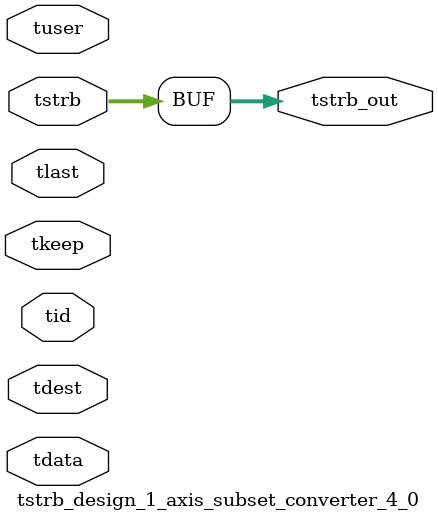
<source format=v>


`timescale 1ps/1ps

module tstrb_design_1_axis_subset_converter_4_0 #
(
parameter C_S_AXIS_TDATA_WIDTH = 32,
parameter C_S_AXIS_TUSER_WIDTH = 0,
parameter C_S_AXIS_TID_WIDTH   = 0,
parameter C_S_AXIS_TDEST_WIDTH = 0,
parameter C_M_AXIS_TDATA_WIDTH = 32
)
(
input  [(C_S_AXIS_TDATA_WIDTH == 0 ? 1 : C_S_AXIS_TDATA_WIDTH)-1:0     ] tdata,
input  [(C_S_AXIS_TUSER_WIDTH == 0 ? 1 : C_S_AXIS_TUSER_WIDTH)-1:0     ] tuser,
input  [(C_S_AXIS_TID_WIDTH   == 0 ? 1 : C_S_AXIS_TID_WIDTH)-1:0       ] tid,
input  [(C_S_AXIS_TDEST_WIDTH == 0 ? 1 : C_S_AXIS_TDEST_WIDTH)-1:0     ] tdest,
input  [(C_S_AXIS_TDATA_WIDTH/8)-1:0 ] tkeep,
input  [(C_S_AXIS_TDATA_WIDTH/8)-1:0 ] tstrb,
input                                                                    tlast,
output [(C_M_AXIS_TDATA_WIDTH/8)-1:0 ] tstrb_out
);

assign tstrb_out = {4'b1111,tstrb[3:0]};

endmodule


</source>
